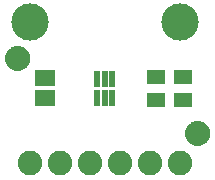
<source format=gbr>
G04 EAGLE Gerber RS-274X export*
G75*
%MOMM*%
%FSLAX34Y34*%
%LPD*%
%INSoldermask Top*%
%IPPOS*%
%AMOC8*
5,1,8,0,0,1.08239X$1,22.5*%
G01*
%ADD10R,0.552400X1.452400*%
%ADD11C,2.082800*%
%ADD12R,1.652400X1.452400*%
%ADD13C,3.152400*%
%ADD14R,1.552400X1.252400*%

G36*
X17032Y103820D02*
X17032Y103820D01*
X17075Y103832D01*
X17141Y103839D01*
X18824Y104290D01*
X18865Y104309D01*
X18928Y104328D01*
X20508Y105065D01*
X20545Y105091D01*
X20604Y105120D01*
X22032Y106120D01*
X22063Y106152D01*
X22116Y106191D01*
X23349Y107424D01*
X23374Y107460D01*
X23420Y107508D01*
X24420Y108936D01*
X24438Y108977D01*
X24475Y109032D01*
X25212Y110612D01*
X25223Y110655D01*
X25250Y110716D01*
X25701Y112399D01*
X25703Y112431D01*
X25710Y112452D01*
X25710Y112467D01*
X25720Y112508D01*
X25872Y114245D01*
X25868Y114289D01*
X25872Y114355D01*
X25720Y116092D01*
X25708Y116135D01*
X25701Y116201D01*
X25250Y117884D01*
X25231Y117925D01*
X25212Y117988D01*
X24475Y119568D01*
X24449Y119605D01*
X24420Y119664D01*
X23420Y121092D01*
X23388Y121123D01*
X23349Y121176D01*
X22116Y122409D01*
X22080Y122434D01*
X22032Y122480D01*
X20604Y123480D01*
X20563Y123498D01*
X20508Y123535D01*
X18928Y124272D01*
X18885Y124283D01*
X18824Y124310D01*
X17141Y124761D01*
X17096Y124764D01*
X17032Y124780D01*
X15295Y124932D01*
X15251Y124928D01*
X15185Y124932D01*
X13448Y124780D01*
X13405Y124768D01*
X13339Y124761D01*
X11656Y124310D01*
X11615Y124291D01*
X11552Y124272D01*
X9972Y123535D01*
X9935Y123509D01*
X9876Y123480D01*
X8448Y122480D01*
X8417Y122448D01*
X8364Y122409D01*
X7131Y121176D01*
X7106Y121140D01*
X7060Y121092D01*
X6060Y119664D01*
X6042Y119623D01*
X6005Y119568D01*
X5268Y117988D01*
X5257Y117945D01*
X5230Y117884D01*
X4779Y116201D01*
X4776Y116156D01*
X4760Y116092D01*
X4608Y114355D01*
X4612Y114311D01*
X4608Y114245D01*
X4760Y112508D01*
X4772Y112465D01*
X4776Y112431D01*
X4776Y112415D01*
X4778Y112410D01*
X4779Y112399D01*
X5230Y110716D01*
X5249Y110675D01*
X5268Y110612D01*
X6005Y109032D01*
X6031Y108995D01*
X6060Y108936D01*
X7060Y107508D01*
X7092Y107477D01*
X7131Y107424D01*
X8364Y106191D01*
X8400Y106166D01*
X8448Y106120D01*
X9876Y105120D01*
X9917Y105102D01*
X9972Y105065D01*
X11552Y104328D01*
X11595Y104317D01*
X11656Y104290D01*
X13339Y103839D01*
X13384Y103836D01*
X13448Y103820D01*
X15185Y103668D01*
X15229Y103672D01*
X15295Y103668D01*
X17032Y103820D01*
G37*
G36*
X169432Y40320D02*
X169432Y40320D01*
X169475Y40332D01*
X169541Y40339D01*
X171224Y40790D01*
X171265Y40809D01*
X171328Y40828D01*
X172908Y41565D01*
X172945Y41591D01*
X173004Y41620D01*
X174432Y42620D01*
X174463Y42652D01*
X174516Y42691D01*
X175749Y43924D01*
X175774Y43960D01*
X175820Y44008D01*
X176820Y45436D01*
X176838Y45477D01*
X176875Y45532D01*
X177612Y47112D01*
X177623Y47155D01*
X177650Y47216D01*
X178101Y48899D01*
X178103Y48931D01*
X178110Y48952D01*
X178110Y48967D01*
X178120Y49008D01*
X178272Y50745D01*
X178268Y50789D01*
X178272Y50855D01*
X178120Y52592D01*
X178108Y52635D01*
X178101Y52701D01*
X177650Y54384D01*
X177631Y54425D01*
X177612Y54488D01*
X176875Y56068D01*
X176849Y56105D01*
X176820Y56164D01*
X175820Y57592D01*
X175788Y57623D01*
X175749Y57676D01*
X174516Y58909D01*
X174480Y58934D01*
X174432Y58980D01*
X173004Y59980D01*
X172963Y59998D01*
X172908Y60035D01*
X171328Y60772D01*
X171285Y60783D01*
X171224Y60810D01*
X169541Y61261D01*
X169496Y61264D01*
X169432Y61280D01*
X167695Y61432D01*
X167651Y61428D01*
X167585Y61432D01*
X165848Y61280D01*
X165805Y61268D01*
X165739Y61261D01*
X164056Y60810D01*
X164015Y60791D01*
X163952Y60772D01*
X162372Y60035D01*
X162335Y60009D01*
X162276Y59980D01*
X160848Y58980D01*
X160817Y58948D01*
X160764Y58909D01*
X159531Y57676D01*
X159506Y57640D01*
X159460Y57592D01*
X158460Y56164D01*
X158442Y56123D01*
X158405Y56068D01*
X157668Y54488D01*
X157657Y54445D01*
X157630Y54384D01*
X157179Y52701D01*
X157176Y52656D01*
X157160Y52592D01*
X157008Y50855D01*
X157012Y50811D01*
X157008Y50745D01*
X157160Y49008D01*
X157172Y48965D01*
X157176Y48931D01*
X157176Y48915D01*
X157178Y48910D01*
X157179Y48899D01*
X157630Y47216D01*
X157649Y47175D01*
X157668Y47112D01*
X158405Y45532D01*
X158431Y45495D01*
X158460Y45436D01*
X159460Y44008D01*
X159492Y43977D01*
X159531Y43924D01*
X160764Y42691D01*
X160800Y42666D01*
X160848Y42620D01*
X162276Y41620D01*
X162317Y41602D01*
X162372Y41565D01*
X163952Y40828D01*
X163995Y40817D01*
X164056Y40790D01*
X165739Y40339D01*
X165784Y40336D01*
X165848Y40320D01*
X167585Y40168D01*
X167629Y40172D01*
X167695Y40168D01*
X169432Y40320D01*
G37*
D10*
X95400Y96900D03*
X88900Y96900D03*
X82400Y96900D03*
X82400Y80900D03*
X88900Y80900D03*
X95400Y80900D03*
D11*
X25400Y25400D03*
X50800Y25400D03*
X76200Y25400D03*
X101600Y25400D03*
X127000Y25400D03*
X152400Y25400D03*
D12*
X38100Y97400D03*
X38100Y80400D03*
D13*
X152400Y144780D03*
X25400Y144780D03*
D14*
X154940Y78900D03*
X154940Y98900D03*
X132080Y78900D03*
X132080Y98900D03*
M02*

</source>
